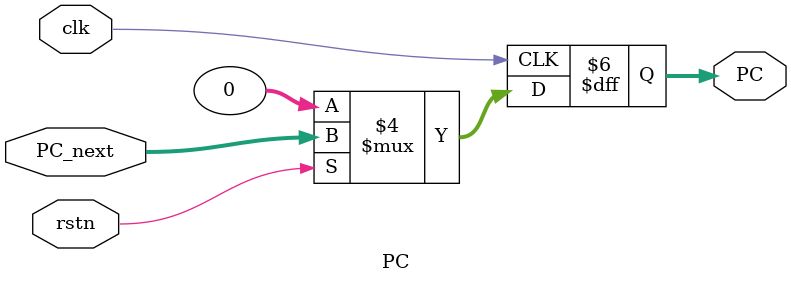
<source format=sv>
module PC(
    input logic clk, rstn,
    input logic [31:0] PC_next,
    output logic [31:0] PC
  );

  always_ff @(posedge clk)
  begin
    if (!rstn)
    begin
      PC <= 32'b0;
    end
    else
    begin
      PC <= PC_next;
    end
  end

endmodule

</source>
